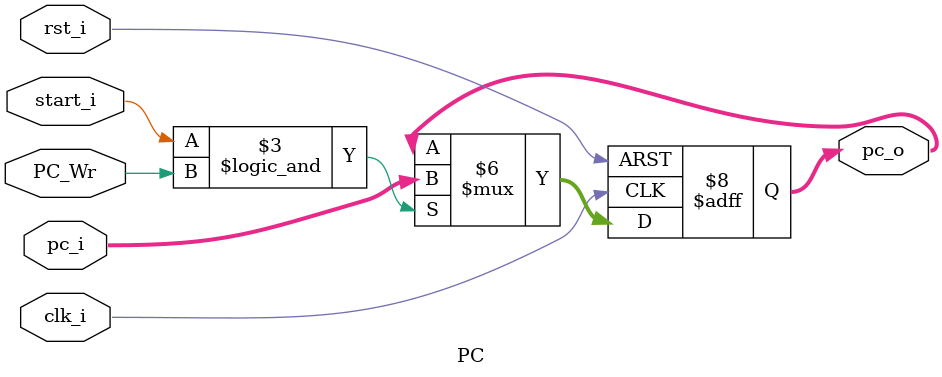
<source format=v>
module PC
(
    clk_i,
    rst_i,
    start_i,
    pc_i,
    pc_o,
	PC_Wr
//	IF_ID_Wr_o
);

// Ports
input               clk_i;
input               rst_i;
input               start_i;
input   [31:0]      pc_i;
input				PC_Wr;
output  [31:0]      pc_o;
//output reg 			IF_ID_Wr_o;

// Wires & Registers
reg     [31:0]      pc_o;

initial begin
    pc_o = 32'b0;
end

always@(negedge clk_i or negedge rst_i) begin
    if(~rst_i) begin
        pc_o <= 32'b0;
    end
    else begin 
			if(start_i && PC_Wr)
				pc_o <= pc_i;
			else
				pc_o <= pc_o;
			
    end
end

endmodule

</source>
